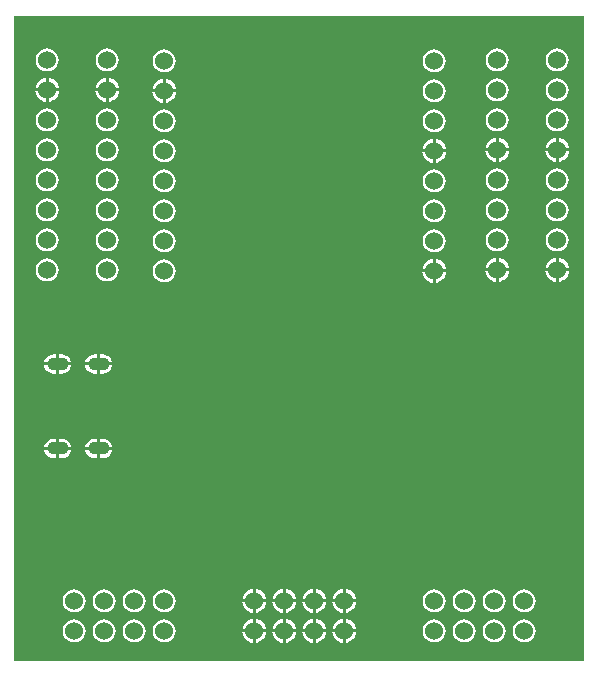
<source format=gbl>
G04*
G04 #@! TF.GenerationSoftware,Altium Limited,Altium Designer,20.0.9 (164)*
G04*
G04 Layer_Physical_Order=2*
G04 Layer_Color=16711680*
%FSLAX25Y25*%
%MOIN*%
G70*
G01*
G75*
%ADD18C,0.06000*%
%ADD19O,0.07087X0.04331*%
G36*
X580000Y190000D02*
X390000D01*
Y405000D01*
X580000D01*
Y190000D01*
D02*
G37*
%LPC*%
G36*
X570992Y394131D02*
X570000Y394000D01*
X569076Y393617D01*
X568282Y393008D01*
X567673Y392214D01*
X567290Y391290D01*
X567159Y390298D01*
X567290Y389306D01*
X567673Y388381D01*
X568282Y387588D01*
X569076Y386979D01*
X570000Y386596D01*
X570992Y386465D01*
X571984Y386596D01*
X572908Y386979D01*
X573702Y387588D01*
X574311Y388381D01*
X574694Y389306D01*
X574825Y390298D01*
X574694Y391290D01*
X574311Y392214D01*
X573702Y393008D01*
X572908Y393617D01*
X571984Y394000D01*
X570992Y394131D01*
D02*
G37*
G36*
X550992Y394131D02*
X550000Y394000D01*
X549076Y393617D01*
X548282Y393008D01*
X547673Y392214D01*
X547290Y391290D01*
X547159Y390298D01*
X547290Y389306D01*
X547673Y388381D01*
X548282Y387588D01*
X549076Y386979D01*
X550000Y386596D01*
X550992Y386465D01*
X551984Y386596D01*
X552908Y386979D01*
X553702Y387588D01*
X554311Y388381D01*
X554694Y389306D01*
X554825Y390298D01*
X554694Y391290D01*
X554311Y392214D01*
X553702Y393008D01*
X552908Y393617D01*
X551984Y394000D01*
X550992Y394131D01*
D02*
G37*
G36*
X420992D02*
X420000Y394000D01*
X419076Y393617D01*
X418282Y393008D01*
X417673Y392214D01*
X417290Y391290D01*
X417159Y390298D01*
X417290Y389306D01*
X417673Y388381D01*
X418282Y387588D01*
X419076Y386979D01*
X420000Y386596D01*
X420992Y386465D01*
X421984Y386596D01*
X422908Y386979D01*
X423702Y387588D01*
X424311Y388381D01*
X424694Y389306D01*
X424825Y390298D01*
X424694Y391290D01*
X424311Y392214D01*
X423702Y393008D01*
X422908Y393617D01*
X421984Y394000D01*
X420992Y394131D01*
D02*
G37*
G36*
X400992D02*
X400000Y394000D01*
X399076Y393617D01*
X398282Y393008D01*
X397673Y392214D01*
X397290Y391290D01*
X397159Y390298D01*
X397290Y389306D01*
X397673Y388381D01*
X398282Y387588D01*
X399076Y386979D01*
X400000Y386596D01*
X400992Y386465D01*
X401984Y386596D01*
X402908Y386979D01*
X403702Y387588D01*
X404311Y388381D01*
X404694Y389306D01*
X404825Y390298D01*
X404694Y391290D01*
X404311Y392214D01*
X403702Y393008D01*
X402908Y393617D01*
X401984Y394000D01*
X400992Y394131D01*
D02*
G37*
G36*
X530000Y393833D02*
X529008Y393702D01*
X528084Y393319D01*
X527290Y392710D01*
X526681Y391916D01*
X526298Y390992D01*
X526167Y390000D01*
X526298Y389008D01*
X526681Y388084D01*
X527290Y387290D01*
X528084Y386681D01*
X529008Y386298D01*
X530000Y386167D01*
X530992Y386298D01*
X531916Y386681D01*
X532710Y387290D01*
X533319Y388084D01*
X533702Y389008D01*
X533833Y390000D01*
X533702Y390992D01*
X533319Y391916D01*
X532710Y392710D01*
X531916Y393319D01*
X530992Y393702D01*
X530000Y393833D01*
D02*
G37*
G36*
X440000D02*
X439008Y393702D01*
X438084Y393319D01*
X437290Y392710D01*
X436681Y391916D01*
X436298Y390992D01*
X436167Y390000D01*
X436298Y389008D01*
X436681Y388084D01*
X437290Y387290D01*
X438084Y386681D01*
X439008Y386298D01*
X440000Y386167D01*
X440992Y386298D01*
X441916Y386681D01*
X442710Y387290D01*
X443319Y388084D01*
X443702Y389008D01*
X443833Y390000D01*
X443702Y390992D01*
X443319Y391916D01*
X442710Y392710D01*
X441916Y393319D01*
X440992Y393702D01*
X440000Y393833D01*
D02*
G37*
G36*
X421492Y384266D02*
Y380798D01*
X424961D01*
X424889Y381342D01*
X424486Y382315D01*
X423845Y383151D01*
X423009Y383792D01*
X422036Y384195D01*
X421492Y384266D01*
D02*
G37*
G36*
X401492D02*
Y380798D01*
X404961D01*
X404889Y381342D01*
X404486Y382315D01*
X403845Y383151D01*
X403009Y383792D01*
X402036Y384195D01*
X401492Y384266D01*
D02*
G37*
G36*
X420492Y384266D02*
X419948Y384195D01*
X418975Y383792D01*
X418139Y383151D01*
X417498Y382315D01*
X417095Y381342D01*
X417023Y380798D01*
X420492D01*
Y384266D01*
D02*
G37*
G36*
X400492D02*
X399948Y384195D01*
X398975Y383792D01*
X398139Y383151D01*
X397498Y382315D01*
X397095Y381342D01*
X397023Y380798D01*
X400492D01*
Y384266D01*
D02*
G37*
G36*
X440500Y383969D02*
Y380500D01*
X443969D01*
X443897Y381044D01*
X443494Y382017D01*
X442853Y382853D01*
X442017Y383494D01*
X441044Y383897D01*
X440500Y383969D01*
D02*
G37*
G36*
X439500Y383969D02*
X438956Y383897D01*
X437983Y383494D01*
X437147Y382853D01*
X436506Y382017D01*
X436103Y381044D01*
X436031Y380500D01*
X439500D01*
Y383969D01*
D02*
G37*
G36*
X420992Y380298D02*
D01*
D01*
D01*
D02*
G37*
G36*
X570992Y384131D02*
X570000Y384000D01*
X569076Y383617D01*
X568282Y383008D01*
X567673Y382214D01*
X567290Y381290D01*
X567159Y380298D01*
X567290Y379306D01*
X567673Y378381D01*
X568282Y377588D01*
X569076Y376978D01*
X570000Y376596D01*
X570992Y376465D01*
X571984Y376596D01*
X572908Y376978D01*
X573702Y377588D01*
X574311Y378381D01*
X574694Y379306D01*
X574825Y380298D01*
X574694Y381290D01*
X574311Y382214D01*
X573702Y383008D01*
X572908Y383617D01*
X571984Y384000D01*
X570992Y384131D01*
D02*
G37*
G36*
X550992Y384131D02*
X550000Y384000D01*
X549076Y383617D01*
X548282Y383008D01*
X547673Y382214D01*
X547290Y381290D01*
X547159Y380298D01*
X547290Y379306D01*
X547673Y378381D01*
X548282Y377588D01*
X549076Y376978D01*
X550000Y376596D01*
X550992Y376465D01*
X551984Y376596D01*
X552908Y376978D01*
X553702Y377588D01*
X554311Y378381D01*
X554694Y379306D01*
X554825Y380298D01*
X554694Y381290D01*
X554311Y382214D01*
X553702Y383008D01*
X552908Y383617D01*
X551984Y384000D01*
X550992Y384131D01*
D02*
G37*
G36*
X424961Y379798D02*
X421492D01*
Y376329D01*
X422036Y376401D01*
X423009Y376804D01*
X423845Y377445D01*
X424486Y378280D01*
X424889Y379254D01*
X424961Y379798D01*
D02*
G37*
G36*
X404961D02*
X401492D01*
Y376329D01*
X402036Y376401D01*
X403009Y376804D01*
X403845Y377445D01*
X404486Y378280D01*
X404889Y379254D01*
X404961Y379798D01*
D02*
G37*
G36*
X420492D02*
X417023D01*
X417095Y379254D01*
X417498Y378280D01*
X418139Y377445D01*
X418975Y376804D01*
X419948Y376401D01*
X420492Y376329D01*
Y379798D01*
D02*
G37*
G36*
X400492D02*
X397023D01*
X397095Y379254D01*
X397498Y378280D01*
X398139Y377445D01*
X398975Y376804D01*
X399948Y376401D01*
X400492Y376329D01*
Y379798D01*
D02*
G37*
G36*
X530000Y383833D02*
X529008Y383702D01*
X528084Y383319D01*
X527290Y382710D01*
X526681Y381916D01*
X526298Y380992D01*
X526167Y380000D01*
X526298Y379008D01*
X526681Y378084D01*
X527290Y377290D01*
X528084Y376681D01*
X529008Y376298D01*
X530000Y376167D01*
X530992Y376298D01*
X531916Y376681D01*
X532710Y377290D01*
X533319Y378084D01*
X533702Y379008D01*
X533833Y380000D01*
X533702Y380992D01*
X533319Y381916D01*
X532710Y382710D01*
X531916Y383319D01*
X530992Y383702D01*
X530000Y383833D01*
D02*
G37*
G36*
X439500Y379500D02*
X436031D01*
X436103Y378956D01*
X436506Y377983D01*
X437147Y377147D01*
X437983Y376506D01*
X438956Y376103D01*
X439500Y376031D01*
Y379500D01*
D02*
G37*
G36*
X443969D02*
X440500D01*
Y376031D01*
X441044Y376103D01*
X442017Y376506D01*
X442853Y377147D01*
X443494Y377983D01*
X443897Y378956D01*
X443969Y379500D01*
D02*
G37*
G36*
X550992Y374131D02*
X550000Y374000D01*
X549076Y373617D01*
X548282Y373008D01*
X547673Y372214D01*
X547290Y371290D01*
X547159Y370298D01*
X547290Y369306D01*
X547673Y368381D01*
X548282Y367588D01*
X549076Y366979D01*
X550000Y366596D01*
X550992Y366465D01*
X551984Y366596D01*
X552908Y366979D01*
X553702Y367588D01*
X554311Y368381D01*
X554694Y369306D01*
X554825Y370298D01*
X554694Y371290D01*
X554311Y372214D01*
X553702Y373008D01*
X552908Y373617D01*
X551984Y374000D01*
X550992Y374131D01*
D02*
G37*
G36*
X570992Y374131D02*
X570000Y374000D01*
X569076Y373617D01*
X568282Y373008D01*
X567673Y372214D01*
X567290Y371290D01*
X567159Y370298D01*
X567290Y369306D01*
X567673Y368381D01*
X568282Y367588D01*
X569076Y366979D01*
X570000Y366596D01*
X570992Y366465D01*
X571984Y366596D01*
X572908Y366979D01*
X573702Y367588D01*
X574311Y368381D01*
X574694Y369306D01*
X574825Y370298D01*
X574694Y371290D01*
X574311Y372214D01*
X573702Y373008D01*
X572908Y373617D01*
X571984Y374000D01*
X570992Y374131D01*
D02*
G37*
G36*
X420992D02*
X420000Y374000D01*
X419076Y373617D01*
X418282Y373008D01*
X417673Y372214D01*
X417290Y371290D01*
X417159Y370298D01*
X417290Y369306D01*
X417673Y368381D01*
X418282Y367588D01*
X419076Y366979D01*
X420000Y366596D01*
X420992Y366465D01*
X421984Y366596D01*
X422908Y366979D01*
X423702Y367588D01*
X424311Y368381D01*
X424694Y369306D01*
X424825Y370298D01*
X424694Y371290D01*
X424311Y372214D01*
X423702Y373008D01*
X422908Y373617D01*
X421984Y374000D01*
X420992Y374131D01*
D02*
G37*
G36*
X400992D02*
X400000Y374000D01*
X399076Y373617D01*
X398282Y373008D01*
X397673Y372214D01*
X397290Y371290D01*
X397159Y370298D01*
X397290Y369306D01*
X397673Y368381D01*
X398282Y367588D01*
X399076Y366979D01*
X400000Y366596D01*
X400992Y366465D01*
X401984Y366596D01*
X402908Y366979D01*
X403702Y367588D01*
X404311Y368381D01*
X404694Y369306D01*
X404825Y370298D01*
X404694Y371290D01*
X404311Y372214D01*
X403702Y373008D01*
X402908Y373617D01*
X401984Y374000D01*
X400992Y374131D01*
D02*
G37*
G36*
X530000Y373833D02*
X529008Y373702D01*
X528084Y373319D01*
X527290Y372710D01*
X526681Y371916D01*
X526298Y370992D01*
X526167Y370000D01*
X526298Y369008D01*
X526681Y368084D01*
X527290Y367290D01*
X528084Y366681D01*
X529008Y366298D01*
X530000Y366167D01*
X530992Y366298D01*
X531916Y366681D01*
X532710Y367290D01*
X533319Y368084D01*
X533702Y369008D01*
X533833Y370000D01*
X533702Y370992D01*
X533319Y371916D01*
X532710Y372710D01*
X531916Y373319D01*
X530992Y373702D01*
X530000Y373833D01*
D02*
G37*
G36*
X440000D02*
X439008Y373702D01*
X438084Y373319D01*
X437290Y372710D01*
X436681Y371916D01*
X436298Y370992D01*
X436167Y370000D01*
X436298Y369008D01*
X436681Y368084D01*
X437290Y367290D01*
X438084Y366681D01*
X439008Y366298D01*
X440000Y366167D01*
X440992Y366298D01*
X441916Y366681D01*
X442710Y367290D01*
X443319Y368084D01*
X443702Y369008D01*
X443833Y370000D01*
X443702Y370992D01*
X443319Y371916D01*
X442710Y372710D01*
X441916Y373319D01*
X440992Y373702D01*
X440000Y373833D01*
D02*
G37*
G36*
X571492Y364266D02*
Y360798D01*
X574961D01*
X574889Y361342D01*
X574486Y362315D01*
X573845Y363151D01*
X573009Y363792D01*
X572036Y364195D01*
X571492Y364266D01*
D02*
G37*
G36*
X570492Y364266D02*
X569948Y364195D01*
X568975Y363792D01*
X568139Y363151D01*
X567498Y362315D01*
X567095Y361342D01*
X567023Y360798D01*
X570492D01*
Y364266D01*
D02*
G37*
G36*
X551492Y364266D02*
Y360798D01*
X554961D01*
X554889Y361342D01*
X554486Y362315D01*
X553845Y363151D01*
X553009Y363792D01*
X552036Y364195D01*
X551492Y364266D01*
D02*
G37*
G36*
X550492D02*
X549948Y364195D01*
X548975Y363792D01*
X548139Y363151D01*
X547498Y362315D01*
X547095Y361342D01*
X547023Y360798D01*
X550492D01*
Y364266D01*
D02*
G37*
G36*
X530500Y363969D02*
Y360500D01*
X533969D01*
X533897Y361044D01*
X533494Y362017D01*
X532853Y362853D01*
X532017Y363494D01*
X531044Y363897D01*
X530500Y363969D01*
D02*
G37*
G36*
X529500Y363969D02*
X528956Y363897D01*
X527983Y363494D01*
X527147Y362853D01*
X526506Y362017D01*
X526103Y361044D01*
X526031Y360500D01*
X529500D01*
Y363969D01*
D02*
G37*
G36*
X420992Y364131D02*
X420000Y364000D01*
X419076Y363617D01*
X418282Y363008D01*
X417673Y362214D01*
X417290Y361290D01*
X417159Y360298D01*
X417290Y359306D01*
X417673Y358381D01*
X418282Y357588D01*
X419076Y356979D01*
X420000Y356596D01*
X420992Y356465D01*
X421984Y356596D01*
X422908Y356979D01*
X423702Y357588D01*
X424311Y358381D01*
X424694Y359306D01*
X424825Y360298D01*
X424694Y361290D01*
X424311Y362214D01*
X423702Y363008D01*
X422908Y363617D01*
X421984Y364000D01*
X420992Y364131D01*
D02*
G37*
G36*
X400992D02*
X400000Y364000D01*
X399076Y363617D01*
X398282Y363008D01*
X397673Y362214D01*
X397290Y361290D01*
X397159Y360298D01*
X397290Y359306D01*
X397673Y358381D01*
X398282Y357588D01*
X399076Y356979D01*
X400000Y356596D01*
X400992Y356465D01*
X401984Y356596D01*
X402908Y356979D01*
X403702Y357588D01*
X404311Y358381D01*
X404694Y359306D01*
X404825Y360298D01*
X404694Y361290D01*
X404311Y362214D01*
X403702Y363008D01*
X402908Y363617D01*
X401984Y364000D01*
X400992Y364131D01*
D02*
G37*
G36*
X570492Y359798D02*
X567023D01*
X567095Y359254D01*
X567498Y358280D01*
X568139Y357445D01*
X568975Y356804D01*
X569948Y356401D01*
X570492Y356329D01*
Y359798D01*
D02*
G37*
G36*
X554961Y359798D02*
X551492D01*
Y356329D01*
X552036Y356401D01*
X553009Y356804D01*
X553845Y357445D01*
X554486Y358280D01*
X554889Y359254D01*
X554961Y359798D01*
D02*
G37*
G36*
X550492D02*
X547023D01*
X547095Y359254D01*
X547498Y358280D01*
X548139Y357445D01*
X548975Y356804D01*
X549948Y356401D01*
X550492Y356329D01*
Y359798D01*
D02*
G37*
G36*
X574961Y359798D02*
X571492D01*
Y356329D01*
X572036Y356401D01*
X573009Y356804D01*
X573845Y357445D01*
X574486Y358280D01*
X574889Y359254D01*
X574961Y359798D01*
D02*
G37*
G36*
X440000Y363833D02*
X439008Y363702D01*
X438084Y363319D01*
X437290Y362710D01*
X436681Y361916D01*
X436298Y360992D01*
X436167Y360000D01*
X436298Y359008D01*
X436681Y358084D01*
X437290Y357290D01*
X438084Y356681D01*
X439008Y356298D01*
X440000Y356167D01*
X440992Y356298D01*
X441916Y356681D01*
X442710Y357290D01*
X443319Y358084D01*
X443702Y359008D01*
X443833Y360000D01*
X443702Y360992D01*
X443319Y361916D01*
X442710Y362710D01*
X441916Y363319D01*
X440992Y363702D01*
X440000Y363833D01*
D02*
G37*
G36*
X529500Y359500D02*
X526031D01*
X526103Y358956D01*
X526506Y357983D01*
X527147Y357147D01*
X527983Y356506D01*
X528956Y356103D01*
X529500Y356031D01*
Y359500D01*
D02*
G37*
G36*
X533969D02*
X530500D01*
Y356031D01*
X531044Y356103D01*
X532017Y356506D01*
X532853Y357147D01*
X533494Y357983D01*
X533897Y358956D01*
X533969Y359500D01*
D02*
G37*
G36*
X550992Y354131D02*
X550000Y354000D01*
X549076Y353617D01*
X548282Y353008D01*
X547673Y352214D01*
X547290Y351290D01*
X547159Y350298D01*
X547290Y349306D01*
X547673Y348381D01*
X548282Y347588D01*
X549076Y346978D01*
X550000Y346596D01*
X550992Y346465D01*
X551984Y346596D01*
X552908Y346978D01*
X553702Y347588D01*
X554311Y348381D01*
X554694Y349306D01*
X554825Y350298D01*
X554694Y351290D01*
X554311Y352214D01*
X553702Y353008D01*
X552908Y353617D01*
X551984Y354000D01*
X550992Y354131D01*
D02*
G37*
G36*
X420992D02*
X420000Y354000D01*
X419076Y353617D01*
X418282Y353008D01*
X417673Y352214D01*
X417290Y351290D01*
X417159Y350298D01*
X417290Y349306D01*
X417673Y348381D01*
X418282Y347588D01*
X419076Y346978D01*
X420000Y346596D01*
X420992Y346465D01*
X421984Y346596D01*
X422908Y346978D01*
X423702Y347588D01*
X424311Y348381D01*
X424694Y349306D01*
X424825Y350298D01*
X424694Y351290D01*
X424311Y352214D01*
X423702Y353008D01*
X422908Y353617D01*
X421984Y354000D01*
X420992Y354131D01*
D02*
G37*
G36*
X400992D02*
X400000Y354000D01*
X399076Y353617D01*
X398282Y353008D01*
X397673Y352214D01*
X397290Y351290D01*
X397159Y350298D01*
X397290Y349306D01*
X397673Y348381D01*
X398282Y347588D01*
X399076Y346978D01*
X400000Y346596D01*
X400992Y346465D01*
X401984Y346596D01*
X402908Y346978D01*
X403702Y347588D01*
X404311Y348381D01*
X404694Y349306D01*
X404825Y350298D01*
X404694Y351290D01*
X404311Y352214D01*
X403702Y353008D01*
X402908Y353617D01*
X401984Y354000D01*
X400992Y354131D01*
D02*
G37*
G36*
X570992Y354131D02*
X570000Y354000D01*
X569076Y353617D01*
X568282Y353008D01*
X567673Y352214D01*
X567290Y351290D01*
X567159Y350298D01*
X567290Y349306D01*
X567673Y348381D01*
X568282Y347588D01*
X569076Y346978D01*
X570000Y346596D01*
X570992Y346465D01*
X571984Y346596D01*
X572908Y346978D01*
X573702Y347588D01*
X574311Y348381D01*
X574694Y349306D01*
X574825Y350298D01*
X574694Y351290D01*
X574311Y352214D01*
X573702Y353008D01*
X572908Y353617D01*
X571984Y354000D01*
X570992Y354131D01*
D02*
G37*
G36*
X530000Y353833D02*
X529008Y353702D01*
X528084Y353319D01*
X527290Y352710D01*
X526681Y351916D01*
X526298Y350992D01*
X526167Y350000D01*
X526298Y349008D01*
X526681Y348084D01*
X527290Y347290D01*
X528084Y346681D01*
X529008Y346298D01*
X530000Y346167D01*
X530992Y346298D01*
X531916Y346681D01*
X532710Y347290D01*
X533319Y348084D01*
X533702Y349008D01*
X533833Y350000D01*
X533702Y350992D01*
X533319Y351916D01*
X532710Y352710D01*
X531916Y353319D01*
X530992Y353702D01*
X530000Y353833D01*
D02*
G37*
G36*
X440000D02*
X439008Y353702D01*
X438084Y353319D01*
X437290Y352710D01*
X436681Y351916D01*
X436298Y350992D01*
X436167Y350000D01*
X436298Y349008D01*
X436681Y348084D01*
X437290Y347290D01*
X438084Y346681D01*
X439008Y346298D01*
X440000Y346167D01*
X440992Y346298D01*
X441916Y346681D01*
X442710Y347290D01*
X443319Y348084D01*
X443702Y349008D01*
X443833Y350000D01*
X443702Y350992D01*
X443319Y351916D01*
X442710Y352710D01*
X441916Y353319D01*
X440992Y353702D01*
X440000Y353833D01*
D02*
G37*
G36*
X550992Y344131D02*
X550000Y344000D01*
X549076Y343617D01*
X548282Y343008D01*
X547673Y342214D01*
X547290Y341290D01*
X547159Y340298D01*
X547290Y339306D01*
X547673Y338381D01*
X548282Y337588D01*
X549076Y336979D01*
X550000Y336596D01*
X550992Y336465D01*
X551984Y336596D01*
X552908Y336979D01*
X553702Y337588D01*
X554311Y338381D01*
X554694Y339306D01*
X554825Y340298D01*
X554694Y341290D01*
X554311Y342214D01*
X553702Y343008D01*
X552908Y343617D01*
X551984Y344000D01*
X550992Y344131D01*
D02*
G37*
G36*
X420992D02*
X420000Y344000D01*
X419076Y343617D01*
X418282Y343008D01*
X417673Y342214D01*
X417290Y341290D01*
X417159Y340298D01*
X417290Y339306D01*
X417673Y338381D01*
X418282Y337588D01*
X419076Y336979D01*
X420000Y336596D01*
X420992Y336465D01*
X421984Y336596D01*
X422908Y336979D01*
X423702Y337588D01*
X424311Y338381D01*
X424694Y339306D01*
X424825Y340298D01*
X424694Y341290D01*
X424311Y342214D01*
X423702Y343008D01*
X422908Y343617D01*
X421984Y344000D01*
X420992Y344131D01*
D02*
G37*
G36*
X400992D02*
X400000Y344000D01*
X399076Y343617D01*
X398282Y343008D01*
X397673Y342214D01*
X397290Y341290D01*
X397159Y340298D01*
X397290Y339306D01*
X397673Y338381D01*
X398282Y337588D01*
X399076Y336979D01*
X400000Y336596D01*
X400992Y336465D01*
X401984Y336596D01*
X402908Y336979D01*
X403702Y337588D01*
X404311Y338381D01*
X404694Y339306D01*
X404825Y340298D01*
X404694Y341290D01*
X404311Y342214D01*
X403702Y343008D01*
X402908Y343617D01*
X401984Y344000D01*
X400992Y344131D01*
D02*
G37*
G36*
X570992Y344131D02*
X570000Y344000D01*
X569076Y343617D01*
X568282Y343008D01*
X567673Y342214D01*
X567290Y341290D01*
X567159Y340298D01*
X567290Y339306D01*
X567673Y338381D01*
X568282Y337588D01*
X569076Y336979D01*
X570000Y336596D01*
X570992Y336465D01*
X571984Y336596D01*
X572908Y336979D01*
X573702Y337588D01*
X574311Y338381D01*
X574694Y339306D01*
X574825Y340298D01*
X574694Y341290D01*
X574311Y342214D01*
X573702Y343008D01*
X572908Y343617D01*
X571984Y344000D01*
X570992Y344131D01*
D02*
G37*
G36*
X530000Y343833D02*
X529008Y343702D01*
X528084Y343319D01*
X527290Y342710D01*
X526681Y341916D01*
X526298Y340992D01*
X526167Y340000D01*
X526298Y339008D01*
X526681Y338084D01*
X527290Y337290D01*
X528084Y336681D01*
X529008Y336298D01*
X530000Y336167D01*
X530992Y336298D01*
X531916Y336681D01*
X532710Y337290D01*
X533319Y338084D01*
X533702Y339008D01*
X533833Y340000D01*
X533702Y340992D01*
X533319Y341916D01*
X532710Y342710D01*
X531916Y343319D01*
X530992Y343702D01*
X530000Y343833D01*
D02*
G37*
G36*
X440000D02*
X439008Y343702D01*
X438084Y343319D01*
X437290Y342710D01*
X436681Y341916D01*
X436298Y340992D01*
X436167Y340000D01*
X436298Y339008D01*
X436681Y338084D01*
X437290Y337290D01*
X438084Y336681D01*
X439008Y336298D01*
X440000Y336167D01*
X440992Y336298D01*
X441916Y336681D01*
X442710Y337290D01*
X443319Y338084D01*
X443702Y339008D01*
X443833Y340000D01*
X443702Y340992D01*
X443319Y341916D01*
X442710Y342710D01*
X441916Y343319D01*
X440992Y343702D01*
X440000Y343833D01*
D02*
G37*
G36*
X570992Y334131D02*
X570000Y334000D01*
X569076Y333617D01*
X568282Y333008D01*
X567673Y332214D01*
X567290Y331290D01*
X567159Y330298D01*
X567290Y329306D01*
X567673Y328381D01*
X568282Y327588D01*
X569076Y326978D01*
X570000Y326596D01*
X570992Y326465D01*
X571984Y326596D01*
X572908Y326978D01*
X573702Y327588D01*
X574311Y328381D01*
X574694Y329306D01*
X574825Y330298D01*
X574694Y331290D01*
X574311Y332214D01*
X573702Y333008D01*
X572908Y333617D01*
X571984Y334000D01*
X570992Y334131D01*
D02*
G37*
G36*
X420992D02*
X420000Y334000D01*
X419076Y333617D01*
X418282Y333008D01*
X417673Y332214D01*
X417290Y331290D01*
X417159Y330298D01*
X417290Y329306D01*
X417673Y328381D01*
X418282Y327588D01*
X419076Y326978D01*
X420000Y326596D01*
X420992Y326465D01*
X421984Y326596D01*
X422908Y326978D01*
X423702Y327588D01*
X424311Y328381D01*
X424694Y329306D01*
X424825Y330298D01*
X424694Y331290D01*
X424311Y332214D01*
X423702Y333008D01*
X422908Y333617D01*
X421984Y334000D01*
X420992Y334131D01*
D02*
G37*
G36*
X400992Y334131D02*
X400000Y334000D01*
X399076Y333617D01*
X398282Y333008D01*
X397673Y332214D01*
X397290Y331290D01*
X397159Y330298D01*
X397290Y329306D01*
X397673Y328381D01*
X398282Y327588D01*
X399076Y326978D01*
X400000Y326596D01*
X400992Y326465D01*
X401984Y326596D01*
X402908Y326978D01*
X403702Y327588D01*
X404311Y328381D01*
X404694Y329306D01*
X404825Y330298D01*
X404694Y331290D01*
X404311Y332214D01*
X403702Y333008D01*
X402908Y333617D01*
X401984Y334000D01*
X400992Y334131D01*
D02*
G37*
G36*
X550992Y334131D02*
X550000Y334000D01*
X549076Y333617D01*
X548282Y333008D01*
X547673Y332214D01*
X547290Y331290D01*
X547159Y330298D01*
X547290Y329306D01*
X547673Y328381D01*
X548282Y327588D01*
X549076Y326978D01*
X550000Y326596D01*
X550992Y326465D01*
X551984Y326596D01*
X552908Y326978D01*
X553702Y327588D01*
X554311Y328381D01*
X554694Y329306D01*
X554825Y330298D01*
X554694Y331290D01*
X554311Y332214D01*
X553702Y333008D01*
X552908Y333617D01*
X551984Y334000D01*
X550992Y334131D01*
D02*
G37*
G36*
X530000Y333833D02*
X529008Y333702D01*
X528084Y333319D01*
X527290Y332710D01*
X526681Y331916D01*
X526298Y330992D01*
X526167Y330000D01*
X526298Y329008D01*
X526681Y328084D01*
X527290Y327290D01*
X528084Y326681D01*
X529008Y326298D01*
X530000Y326167D01*
X530992Y326298D01*
X531916Y326681D01*
X532710Y327290D01*
X533319Y328084D01*
X533702Y329008D01*
X533833Y330000D01*
X533702Y330992D01*
X533319Y331916D01*
X532710Y332710D01*
X531916Y333319D01*
X530992Y333702D01*
X530000Y333833D01*
D02*
G37*
G36*
X440000D02*
X439008Y333702D01*
X438084Y333319D01*
X437290Y332710D01*
X436681Y331916D01*
X436298Y330992D01*
X436167Y330000D01*
X436298Y329008D01*
X436681Y328084D01*
X437290Y327290D01*
X438084Y326681D01*
X439008Y326298D01*
X440000Y326167D01*
X440992Y326298D01*
X441916Y326681D01*
X442710Y327290D01*
X443319Y328084D01*
X443702Y329008D01*
X443833Y330000D01*
X443702Y330992D01*
X443319Y331916D01*
X442710Y332710D01*
X441916Y333319D01*
X440992Y333702D01*
X440000Y333833D01*
D02*
G37*
G36*
X551492Y324267D02*
Y320798D01*
X554961D01*
X554889Y321342D01*
X554486Y322315D01*
X553845Y323151D01*
X553009Y323792D01*
X552036Y324195D01*
X551492Y324267D01*
D02*
G37*
G36*
X571492Y324267D02*
Y320798D01*
X574961D01*
X574889Y321342D01*
X574486Y322315D01*
X573845Y323151D01*
X573009Y323792D01*
X572036Y324195D01*
X571492Y324267D01*
D02*
G37*
G36*
X550492Y324267D02*
X549948Y324195D01*
X548975Y323792D01*
X548139Y323151D01*
X547498Y322315D01*
X547095Y321342D01*
X547023Y320798D01*
X550492D01*
Y324267D01*
D02*
G37*
G36*
X570492D02*
X569948Y324195D01*
X568975Y323792D01*
X568139Y323151D01*
X567498Y322315D01*
X567095Y321342D01*
X567023Y320798D01*
X570492D01*
Y324267D01*
D02*
G37*
G36*
X530500Y323969D02*
Y320500D01*
X533969D01*
X533897Y321044D01*
X533494Y322017D01*
X532853Y322853D01*
X532017Y323494D01*
X531044Y323897D01*
X530500Y323969D01*
D02*
G37*
G36*
X529500Y323969D02*
X528956Y323897D01*
X527983Y323494D01*
X527147Y322853D01*
X526506Y322017D01*
X526103Y321044D01*
X526031Y320500D01*
X529500D01*
Y323969D01*
D02*
G37*
G36*
X420992Y324131D02*
X420000Y324000D01*
X419076Y323617D01*
X418282Y323008D01*
X417673Y322214D01*
X417290Y321290D01*
X417159Y320298D01*
X417290Y319306D01*
X417673Y318381D01*
X418282Y317588D01*
X419076Y316979D01*
X420000Y316596D01*
X420992Y316465D01*
X421984Y316596D01*
X422908Y316979D01*
X423702Y317588D01*
X424311Y318381D01*
X424694Y319306D01*
X424825Y320298D01*
X424694Y321290D01*
X424311Y322214D01*
X423702Y323008D01*
X422908Y323617D01*
X421984Y324000D01*
X420992Y324131D01*
D02*
G37*
G36*
X400992Y324131D02*
X400000Y324000D01*
X399076Y323617D01*
X398282Y323008D01*
X397673Y322214D01*
X397290Y321290D01*
X397159Y320298D01*
X397290Y319306D01*
X397673Y318381D01*
X398282Y317588D01*
X399076Y316979D01*
X400000Y316596D01*
X400992Y316465D01*
X401984Y316596D01*
X402908Y316979D01*
X403702Y317588D01*
X404311Y318381D01*
X404694Y319306D01*
X404825Y320298D01*
X404694Y321290D01*
X404311Y322214D01*
X403702Y323008D01*
X402908Y323617D01*
X401984Y324000D01*
X400992Y324131D01*
D02*
G37*
G36*
X570492Y319798D02*
X567023D01*
X567095Y319254D01*
X567498Y318281D01*
X568139Y317445D01*
X568975Y316804D01*
X569948Y316401D01*
X570492Y316329D01*
Y319798D01*
D02*
G37*
G36*
X574961D02*
X571492D01*
Y316329D01*
X572036Y316401D01*
X573009Y316804D01*
X573845Y317445D01*
X574486Y318281D01*
X574889Y319254D01*
X574961Y319798D01*
D02*
G37*
G36*
X554961D02*
X551492D01*
Y316329D01*
X552036Y316401D01*
X553009Y316804D01*
X553845Y317445D01*
X554486Y318281D01*
X554889Y319254D01*
X554961Y319798D01*
D02*
G37*
G36*
X550492D02*
X547023D01*
X547095Y319254D01*
X547498Y318281D01*
X548139Y317445D01*
X548975Y316804D01*
X549948Y316401D01*
X550492Y316329D01*
Y319798D01*
D02*
G37*
G36*
X440000Y323833D02*
X439008Y323702D01*
X438084Y323319D01*
X437290Y322710D01*
X436681Y321916D01*
X436298Y320992D01*
X436167Y320000D01*
X436298Y319008D01*
X436681Y318084D01*
X437290Y317290D01*
X438084Y316681D01*
X439008Y316298D01*
X440000Y316167D01*
X440992Y316298D01*
X441916Y316681D01*
X442710Y317290D01*
X443319Y318084D01*
X443702Y319008D01*
X443833Y320000D01*
X443702Y320992D01*
X443319Y321916D01*
X442710Y322710D01*
X441916Y323319D01*
X440992Y323702D01*
X440000Y323833D01*
D02*
G37*
G36*
X529500Y319500D02*
X526031D01*
X526103Y318956D01*
X526506Y317983D01*
X527147Y317147D01*
X527983Y316506D01*
X528956Y316103D01*
X529500Y316031D01*
Y319500D01*
D02*
G37*
G36*
X533969D02*
X530500D01*
Y316031D01*
X531044Y316103D01*
X532017Y316506D01*
X532853Y317147D01*
X533494Y317983D01*
X533897Y318956D01*
X533969Y319500D01*
D02*
G37*
G36*
X419528Y292149D02*
X418650D01*
Y289457D01*
X422654D01*
X422611Y289783D01*
X422293Y290553D01*
X421785Y291214D01*
X421124Y291722D01*
X420354Y292041D01*
X419528Y292149D01*
D02*
G37*
G36*
X417650D02*
X416772D01*
X415945Y292041D01*
X415175Y291722D01*
X414514Y291214D01*
X414007Y290553D01*
X413688Y289783D01*
X413645Y289457D01*
X417650D01*
Y292149D01*
D02*
G37*
G36*
X405866D02*
X404988D01*
Y289457D01*
X408993D01*
X408950Y289783D01*
X408631Y290553D01*
X408124Y291214D01*
X407463Y291722D01*
X406693Y292041D01*
X405866Y292149D01*
D02*
G37*
G36*
X403988D02*
X403110D01*
X402284Y292041D01*
X401514Y291722D01*
X400853Y291214D01*
X400345Y290553D01*
X400026Y289783D01*
X399983Y289457D01*
X403988D01*
Y292149D01*
D02*
G37*
G36*
X422654Y288457D02*
X418650D01*
Y285764D01*
X419528D01*
X420354Y285873D01*
X421124Y286192D01*
X421785Y286699D01*
X422293Y287360D01*
X422611Y288130D01*
X422654Y288457D01*
D02*
G37*
G36*
X417650D02*
X413645D01*
X413688Y288130D01*
X414007Y287360D01*
X414514Y286699D01*
X415175Y286192D01*
X415945Y285873D01*
X416772Y285764D01*
X417650D01*
Y288457D01*
D02*
G37*
G36*
X408993D02*
X404988D01*
Y285764D01*
X405866D01*
X406693Y285873D01*
X407463Y286192D01*
X408124Y286699D01*
X408631Y287360D01*
X408950Y288130D01*
X408993Y288457D01*
D02*
G37*
G36*
X403988D02*
X399983D01*
X400026Y288130D01*
X400345Y287360D01*
X400853Y286699D01*
X401514Y286192D01*
X402284Y285873D01*
X403110Y285764D01*
X403988D01*
Y288457D01*
D02*
G37*
G36*
X405866Y264000D02*
X404988D01*
Y261307D01*
X408993D01*
X408950Y261633D01*
X408631Y262403D01*
X408124Y263065D01*
X407463Y263572D01*
X406693Y263891D01*
X405866Y264000D01*
D02*
G37*
G36*
X419528D02*
X418650D01*
Y261307D01*
X422654D01*
X422611Y261633D01*
X422293Y262403D01*
X421785Y263065D01*
X421124Y263572D01*
X420354Y263891D01*
X419528Y264000D01*
D02*
G37*
G36*
X417650D02*
X416772D01*
X415945Y263891D01*
X415175Y263572D01*
X414514Y263065D01*
X414007Y262403D01*
X413688Y261633D01*
X413645Y261307D01*
X417650D01*
Y264000D01*
D02*
G37*
G36*
X403988D02*
X403110D01*
X402284Y263891D01*
X401514Y263572D01*
X400853Y263065D01*
X400345Y262403D01*
X400026Y261633D01*
X399983Y261307D01*
X403988D01*
Y264000D01*
D02*
G37*
G36*
X422654Y260307D02*
X418650D01*
Y257614D01*
X419528D01*
X420354Y257723D01*
X421124Y258042D01*
X421785Y258549D01*
X422293Y259211D01*
X422611Y259981D01*
X422654Y260307D01*
D02*
G37*
G36*
X417650D02*
X413645D01*
X413688Y259981D01*
X414007Y259211D01*
X414514Y258549D01*
X415175Y258042D01*
X415945Y257723D01*
X416772Y257614D01*
X417650D01*
Y260307D01*
D02*
G37*
G36*
X408993D02*
X404988D01*
Y257614D01*
X405866D01*
X406693Y257723D01*
X407463Y258042D01*
X408124Y258549D01*
X408631Y259211D01*
X408950Y259981D01*
X408993Y260307D01*
D02*
G37*
G36*
X403988D02*
X399983D01*
X400026Y259981D01*
X400345Y259211D01*
X400853Y258549D01*
X401514Y258042D01*
X402284Y257723D01*
X403110Y257614D01*
X403988D01*
Y260307D01*
D02*
G37*
G36*
X490500Y213969D02*
Y210500D01*
X493969D01*
X493897Y211044D01*
X493494Y212017D01*
X492853Y212853D01*
X492017Y213494D01*
X491044Y213897D01*
X490500Y213969D01*
D02*
G37*
G36*
X480500D02*
Y210500D01*
X483969D01*
X483897Y211044D01*
X483494Y212017D01*
X482853Y212853D01*
X482017Y213494D01*
X481044Y213897D01*
X480500Y213969D01*
D02*
G37*
G36*
X500500Y213969D02*
Y210500D01*
X503969D01*
X503897Y211044D01*
X503494Y212017D01*
X502853Y212853D01*
X502017Y213494D01*
X501044Y213897D01*
X500500Y213969D01*
D02*
G37*
G36*
X479500Y213969D02*
X478956Y213897D01*
X477983Y213494D01*
X477147Y212853D01*
X476506Y212017D01*
X476103Y211044D01*
X476031Y210500D01*
X479500D01*
Y213969D01*
D02*
G37*
G36*
X489500D02*
X488956Y213897D01*
X487983Y213494D01*
X487147Y212853D01*
X486506Y212017D01*
X486103Y211044D01*
X486031Y210500D01*
X489500D01*
Y213969D01*
D02*
G37*
G36*
X499500D02*
X498956Y213897D01*
X497983Y213494D01*
X497147Y212853D01*
X496506Y212017D01*
X496103Y211044D01*
X496031Y210500D01*
X499500D01*
Y213969D01*
D02*
G37*
G36*
X470500Y213969D02*
Y210500D01*
X473969D01*
X473897Y211044D01*
X473494Y212017D01*
X472853Y212853D01*
X472017Y213494D01*
X471044Y213897D01*
X470500Y213969D01*
D02*
G37*
G36*
X469500Y213969D02*
X468956Y213897D01*
X467983Y213494D01*
X467147Y212853D01*
X466506Y212017D01*
X466103Y211044D01*
X466031Y210500D01*
X469500D01*
Y213969D01*
D02*
G37*
G36*
X560000Y213833D02*
X559008Y213702D01*
X558084Y213319D01*
X557290Y212710D01*
X556681Y211916D01*
X556298Y210992D01*
X556167Y210000D01*
X556298Y209008D01*
X556681Y208084D01*
X557290Y207290D01*
X558084Y206681D01*
X559008Y206298D01*
X560000Y206167D01*
X560992Y206298D01*
X561916Y206681D01*
X562710Y207290D01*
X563319Y208084D01*
X563702Y209008D01*
X563833Y210000D01*
X563702Y210992D01*
X563319Y211916D01*
X562710Y212710D01*
X561916Y213319D01*
X560992Y213702D01*
X560000Y213833D01*
D02*
G37*
G36*
X440000D02*
X439008Y213702D01*
X438084Y213319D01*
X437290Y212710D01*
X436681Y211916D01*
X436298Y210992D01*
X436167Y210000D01*
X436298Y209008D01*
X436681Y208084D01*
X437290Y207290D01*
X438084Y206681D01*
X439008Y206298D01*
X440000Y206167D01*
X440992Y206298D01*
X441916Y206681D01*
X442710Y207290D01*
X443319Y208084D01*
X443702Y209008D01*
X443833Y210000D01*
X443702Y210992D01*
X443319Y211916D01*
X442710Y212710D01*
X441916Y213319D01*
X440992Y213702D01*
X440000Y213833D01*
D02*
G37*
G36*
X550000Y213833D02*
X549008Y213702D01*
X548084Y213319D01*
X547290Y212710D01*
X546681Y211916D01*
X546298Y210992D01*
X546167Y210000D01*
X546298Y209008D01*
X546681Y208084D01*
X547290Y207290D01*
X548084Y206681D01*
X549008Y206298D01*
X550000Y206167D01*
X550992Y206298D01*
X551916Y206681D01*
X552710Y207290D01*
X553319Y208084D01*
X553702Y209008D01*
X553833Y210000D01*
X553702Y210992D01*
X553319Y211916D01*
X552710Y212710D01*
X551916Y213319D01*
X550992Y213702D01*
X550000Y213833D01*
D02*
G37*
G36*
X540000D02*
X539008Y213702D01*
X538084Y213319D01*
X537290Y212710D01*
X536681Y211916D01*
X536298Y210992D01*
X536167Y210000D01*
X536298Y209008D01*
X536681Y208084D01*
X537290Y207290D01*
X538084Y206681D01*
X539008Y206298D01*
X540000Y206167D01*
X540992Y206298D01*
X541916Y206681D01*
X542710Y207290D01*
X543319Y208084D01*
X543702Y209008D01*
X543833Y210000D01*
X543702Y210992D01*
X543319Y211916D01*
X542710Y212710D01*
X541916Y213319D01*
X540992Y213702D01*
X540000Y213833D01*
D02*
G37*
G36*
X530000D02*
X529008Y213702D01*
X528084Y213319D01*
X527290Y212710D01*
X526681Y211916D01*
X526298Y210992D01*
X526167Y210000D01*
X526298Y209008D01*
X526681Y208084D01*
X527290Y207290D01*
X528084Y206681D01*
X529008Y206298D01*
X530000Y206167D01*
X530992Y206298D01*
X531916Y206681D01*
X532710Y207290D01*
X533319Y208084D01*
X533702Y209008D01*
X533833Y210000D01*
X533702Y210992D01*
X533319Y211916D01*
X532710Y212710D01*
X531916Y213319D01*
X530992Y213702D01*
X530000Y213833D01*
D02*
G37*
G36*
X430000D02*
X429008Y213702D01*
X428084Y213319D01*
X427290Y212710D01*
X426681Y211916D01*
X426298Y210992D01*
X426167Y210000D01*
X426298Y209008D01*
X426681Y208084D01*
X427290Y207290D01*
X428084Y206681D01*
X429008Y206298D01*
X430000Y206167D01*
X430992Y206298D01*
X431916Y206681D01*
X432710Y207290D01*
X433319Y208084D01*
X433702Y209008D01*
X433833Y210000D01*
X433702Y210992D01*
X433319Y211916D01*
X432710Y212710D01*
X431916Y213319D01*
X430992Y213702D01*
X430000Y213833D01*
D02*
G37*
G36*
X420000D02*
X419008Y213702D01*
X418084Y213319D01*
X417290Y212710D01*
X416681Y211916D01*
X416298Y210992D01*
X416167Y210000D01*
X416298Y209008D01*
X416681Y208084D01*
X417290Y207290D01*
X418084Y206681D01*
X419008Y206298D01*
X420000Y206167D01*
X420992Y206298D01*
X421916Y206681D01*
X422710Y207290D01*
X423319Y208084D01*
X423702Y209008D01*
X423833Y210000D01*
X423702Y210992D01*
X423319Y211916D01*
X422710Y212710D01*
X421916Y213319D01*
X420992Y213702D01*
X420000Y213833D01*
D02*
G37*
G36*
X410000D02*
X409008Y213702D01*
X408084Y213319D01*
X407290Y212710D01*
X406681Y211916D01*
X406298Y210992D01*
X406167Y210000D01*
X406298Y209008D01*
X406681Y208084D01*
X407290Y207290D01*
X408084Y206681D01*
X409008Y206298D01*
X410000Y206167D01*
X410992Y206298D01*
X411916Y206681D01*
X412710Y207290D01*
X413319Y208084D01*
X413702Y209008D01*
X413833Y210000D01*
X413702Y210992D01*
X413319Y211916D01*
X412710Y212710D01*
X411916Y213319D01*
X410992Y213702D01*
X410000Y213833D01*
D02*
G37*
G36*
X499500Y209500D02*
X496031D01*
X496103Y208956D01*
X496506Y207983D01*
X497147Y207147D01*
X497983Y206506D01*
X498956Y206103D01*
X499500Y206031D01*
Y209500D01*
D02*
G37*
G36*
X503969D02*
X500500D01*
Y206031D01*
X501044Y206103D01*
X502017Y206506D01*
X502853Y207147D01*
X503494Y207983D01*
X503897Y208956D01*
X503969Y209500D01*
D02*
G37*
G36*
X473969Y209500D02*
X470500D01*
Y206031D01*
X471044Y206103D01*
X472017Y206506D01*
X472853Y207147D01*
X473494Y207983D01*
X473897Y208956D01*
X473969Y209500D01*
D02*
G37*
G36*
X493969Y209500D02*
X490500D01*
Y206031D01*
X491044Y206103D01*
X492017Y206506D01*
X492853Y207147D01*
X493494Y207983D01*
X493897Y208956D01*
X493969Y209500D01*
D02*
G37*
G36*
X483969D02*
X480500D01*
Y206031D01*
X481044Y206103D01*
X482017Y206506D01*
X482853Y207147D01*
X483494Y207983D01*
X483897Y208956D01*
X483969Y209500D01*
D02*
G37*
G36*
X479500D02*
X476031D01*
X476103Y208956D01*
X476506Y207983D01*
X477147Y207147D01*
X477983Y206506D01*
X478956Y206103D01*
X479500Y206031D01*
Y209500D01*
D02*
G37*
G36*
X489500D02*
X486031D01*
X486103Y208956D01*
X486506Y207983D01*
X487147Y207147D01*
X487983Y206506D01*
X488956Y206103D01*
X489500Y206031D01*
Y209500D01*
D02*
G37*
G36*
X469500Y209500D02*
X466031D01*
X466103Y208956D01*
X466506Y207983D01*
X467147Y207147D01*
X467983Y206506D01*
X468956Y206103D01*
X469500Y206031D01*
Y209500D01*
D02*
G37*
G36*
X500500Y203969D02*
Y200500D01*
X503969D01*
X503897Y201044D01*
X503494Y202017D01*
X502853Y202853D01*
X502017Y203494D01*
X501044Y203897D01*
X500500Y203969D01*
D02*
G37*
G36*
X490500D02*
Y200500D01*
X493969D01*
X493897Y201044D01*
X493494Y202017D01*
X492853Y202853D01*
X492017Y203494D01*
X491044Y203897D01*
X490500Y203969D01*
D02*
G37*
G36*
X470500D02*
Y200500D01*
X473969D01*
X473897Y201044D01*
X473494Y202017D01*
X472853Y202853D01*
X472017Y203494D01*
X471044Y203897D01*
X470500Y203969D01*
D02*
G37*
G36*
X480500Y203969D02*
Y200500D01*
X483969D01*
X483897Y201044D01*
X483494Y202017D01*
X482853Y202853D01*
X482017Y203494D01*
X481044Y203897D01*
X480500Y203969D01*
D02*
G37*
G36*
X499500Y203969D02*
X498956Y203897D01*
X497983Y203494D01*
X497147Y202853D01*
X496506Y202017D01*
X496103Y201044D01*
X496031Y200500D01*
X499500D01*
Y203969D01*
D02*
G37*
G36*
X489500D02*
X488956Y203897D01*
X487983Y203494D01*
X487147Y202853D01*
X486506Y202017D01*
X486103Y201044D01*
X486031Y200500D01*
X489500D01*
Y203969D01*
D02*
G37*
G36*
X469500D02*
X468956Y203897D01*
X467983Y203494D01*
X467147Y202853D01*
X466506Y202017D01*
X466103Y201044D01*
X466031Y200500D01*
X469500D01*
Y203969D01*
D02*
G37*
G36*
X479500D02*
X478956Y203897D01*
X477983Y203494D01*
X477147Y202853D01*
X476506Y202017D01*
X476103Y201044D01*
X476031Y200500D01*
X479500D01*
Y203969D01*
D02*
G37*
G36*
X540000Y203833D02*
X539008Y203702D01*
X538084Y203319D01*
X537290Y202710D01*
X536681Y201916D01*
X536298Y200992D01*
X536167Y200000D01*
X536298Y199008D01*
X536681Y198084D01*
X537290Y197290D01*
X538084Y196681D01*
X539008Y196298D01*
X540000Y196167D01*
X540992Y196298D01*
X541916Y196681D01*
X542710Y197290D01*
X543319Y198084D01*
X543702Y199008D01*
X543833Y200000D01*
X543702Y200992D01*
X543319Y201916D01*
X542710Y202710D01*
X541916Y203319D01*
X540992Y203702D01*
X540000Y203833D01*
D02*
G37*
G36*
X420000D02*
X419008Y203702D01*
X418084Y203319D01*
X417290Y202710D01*
X416681Y201916D01*
X416298Y200992D01*
X416167Y200000D01*
X416298Y199008D01*
X416681Y198084D01*
X417290Y197290D01*
X418084Y196681D01*
X419008Y196298D01*
X420000Y196167D01*
X420992Y196298D01*
X421916Y196681D01*
X422710Y197290D01*
X423319Y198084D01*
X423702Y199008D01*
X423833Y200000D01*
X423702Y200992D01*
X423319Y201916D01*
X422710Y202710D01*
X421916Y203319D01*
X420992Y203702D01*
X420000Y203833D01*
D02*
G37*
G36*
X560000Y203833D02*
X559008Y203702D01*
X558084Y203319D01*
X557290Y202710D01*
X556681Y201916D01*
X556298Y200992D01*
X556167Y200000D01*
X556298Y199008D01*
X556681Y198084D01*
X557290Y197290D01*
X558084Y196681D01*
X559008Y196298D01*
X560000Y196167D01*
X560992Y196298D01*
X561916Y196681D01*
X562710Y197290D01*
X563319Y198084D01*
X563702Y199008D01*
X563833Y200000D01*
X563702Y200992D01*
X563319Y201916D01*
X562710Y202710D01*
X561916Y203319D01*
X560992Y203702D01*
X560000Y203833D01*
D02*
G37*
G36*
X550000D02*
X549008Y203702D01*
X548084Y203319D01*
X547290Y202710D01*
X546681Y201916D01*
X546298Y200992D01*
X546167Y200000D01*
X546298Y199008D01*
X546681Y198084D01*
X547290Y197290D01*
X548084Y196681D01*
X549008Y196298D01*
X550000Y196167D01*
X550992Y196298D01*
X551916Y196681D01*
X552710Y197290D01*
X553319Y198084D01*
X553702Y199008D01*
X553833Y200000D01*
X553702Y200992D01*
X553319Y201916D01*
X552710Y202710D01*
X551916Y203319D01*
X550992Y203702D01*
X550000Y203833D01*
D02*
G37*
G36*
X530000D02*
X529008Y203702D01*
X528084Y203319D01*
X527290Y202710D01*
X526681Y201916D01*
X526298Y200992D01*
X526167Y200000D01*
X526298Y199008D01*
X526681Y198084D01*
X527290Y197290D01*
X528084Y196681D01*
X529008Y196298D01*
X530000Y196167D01*
X530992Y196298D01*
X531916Y196681D01*
X532710Y197290D01*
X533319Y198084D01*
X533702Y199008D01*
X533833Y200000D01*
X533702Y200992D01*
X533319Y201916D01*
X532710Y202710D01*
X531916Y203319D01*
X530992Y203702D01*
X530000Y203833D01*
D02*
G37*
G36*
X440000D02*
X439008Y203702D01*
X438084Y203319D01*
X437290Y202710D01*
X436681Y201916D01*
X436298Y200992D01*
X436167Y200000D01*
X436298Y199008D01*
X436681Y198084D01*
X437290Y197290D01*
X438084Y196681D01*
X439008Y196298D01*
X440000Y196167D01*
X440992Y196298D01*
X441916Y196681D01*
X442710Y197290D01*
X443319Y198084D01*
X443702Y199008D01*
X443833Y200000D01*
X443702Y200992D01*
X443319Y201916D01*
X442710Y202710D01*
X441916Y203319D01*
X440992Y203702D01*
X440000Y203833D01*
D02*
G37*
G36*
X430000D02*
X429008Y203702D01*
X428084Y203319D01*
X427290Y202710D01*
X426681Y201916D01*
X426298Y200992D01*
X426167Y200000D01*
X426298Y199008D01*
X426681Y198084D01*
X427290Y197290D01*
X428084Y196681D01*
X429008Y196298D01*
X430000Y196167D01*
X430992Y196298D01*
X431916Y196681D01*
X432710Y197290D01*
X433319Y198084D01*
X433702Y199008D01*
X433833Y200000D01*
X433702Y200992D01*
X433319Y201916D01*
X432710Y202710D01*
X431916Y203319D01*
X430992Y203702D01*
X430000Y203833D01*
D02*
G37*
G36*
X410000D02*
X409008Y203702D01*
X408084Y203319D01*
X407290Y202710D01*
X406681Y201916D01*
X406298Y200992D01*
X406167Y200000D01*
X406298Y199008D01*
X406681Y198084D01*
X407290Y197290D01*
X408084Y196681D01*
X409008Y196298D01*
X410000Y196167D01*
X410992Y196298D01*
X411916Y196681D01*
X412710Y197290D01*
X413319Y198084D01*
X413702Y199008D01*
X413833Y200000D01*
X413702Y200992D01*
X413319Y201916D01*
X412710Y202710D01*
X411916Y203319D01*
X410992Y203702D01*
X410000Y203833D01*
D02*
G37*
G36*
X479500Y199500D02*
X476031D01*
X476103Y198956D01*
X476506Y197983D01*
X477147Y197147D01*
X477983Y196506D01*
X478956Y196103D01*
X479500Y196031D01*
Y199500D01*
D02*
G37*
G36*
X483969D02*
X480500D01*
Y196031D01*
X481044Y196103D01*
X482017Y196506D01*
X482853Y197147D01*
X483494Y197983D01*
X483897Y198956D01*
X483969Y199500D01*
D02*
G37*
G36*
X493969D02*
X490500D01*
Y196031D01*
X491044Y196103D01*
X492017Y196506D01*
X492853Y197147D01*
X493494Y197983D01*
X493897Y198956D01*
X493969Y199500D01*
D02*
G37*
G36*
X473969D02*
X470500D01*
Y196031D01*
X471044Y196103D01*
X472017Y196506D01*
X472853Y197147D01*
X473494Y197983D01*
X473897Y198956D01*
X473969Y199500D01*
D02*
G37*
G36*
X503969D02*
X500500D01*
Y196031D01*
X501044Y196103D01*
X502017Y196506D01*
X502853Y197147D01*
X503494Y197983D01*
X503897Y198956D01*
X503969Y199500D01*
D02*
G37*
G36*
X499500D02*
X496031D01*
X496103Y198956D01*
X496506Y197983D01*
X497147Y197147D01*
X497983Y196506D01*
X498956Y196103D01*
X499500Y196031D01*
Y199500D01*
D02*
G37*
G36*
X489500D02*
X486031D01*
X486103Y198956D01*
X486506Y197983D01*
X487147Y197147D01*
X487983Y196506D01*
X488956Y196103D01*
X489500Y196031D01*
Y199500D01*
D02*
G37*
G36*
X469500D02*
X466031D01*
X466103Y198956D01*
X466506Y197983D01*
X467147Y197147D01*
X467983Y196506D01*
X468956Y196103D01*
X469500Y196031D01*
Y199500D01*
D02*
G37*
%LPD*%
D18*
X530000Y390000D02*
D03*
Y370000D02*
D03*
Y360000D02*
D03*
Y380000D02*
D03*
Y330000D02*
D03*
Y340000D02*
D03*
Y350000D02*
D03*
Y320000D02*
D03*
X440000D02*
D03*
Y330000D02*
D03*
Y350000D02*
D03*
Y340000D02*
D03*
Y370000D02*
D03*
Y360000D02*
D03*
Y390000D02*
D03*
Y380000D02*
D03*
X550992Y320298D02*
D03*
Y330298D02*
D03*
Y350298D02*
D03*
Y340298D02*
D03*
Y370298D02*
D03*
X550992Y360298D02*
D03*
X550992Y390298D02*
D03*
Y380298D02*
D03*
X570992Y320298D02*
D03*
Y330298D02*
D03*
X570992Y350298D02*
D03*
X570992Y340298D02*
D03*
Y370298D02*
D03*
Y360298D02*
D03*
Y390298D02*
D03*
Y380298D02*
D03*
X420992Y390298D02*
D03*
Y380298D02*
D03*
Y360298D02*
D03*
Y370298D02*
D03*
Y340298D02*
D03*
Y350298D02*
D03*
X420992Y320298D02*
D03*
X420992Y330298D02*
D03*
X400992Y390298D02*
D03*
Y380298D02*
D03*
Y360298D02*
D03*
Y370298D02*
D03*
Y340298D02*
D03*
Y350298D02*
D03*
Y320298D02*
D03*
X400992Y330298D02*
D03*
X500000Y200000D02*
D03*
Y210000D02*
D03*
X490000Y210000D02*
D03*
Y200000D02*
D03*
X480000Y210000D02*
D03*
Y200000D02*
D03*
X470000Y210000D02*
D03*
X470000Y200000D02*
D03*
X560000D02*
D03*
Y210000D02*
D03*
X550000Y210000D02*
D03*
Y200000D02*
D03*
X540000Y210000D02*
D03*
Y200000D02*
D03*
X530000Y210000D02*
D03*
X530000Y200000D02*
D03*
X440000D02*
D03*
Y210000D02*
D03*
X430000Y210000D02*
D03*
Y200000D02*
D03*
X420000Y210000D02*
D03*
Y200000D02*
D03*
X410000Y210000D02*
D03*
X410000Y200000D02*
D03*
D19*
X404488Y260807D02*
D03*
Y288957D02*
D03*
X418150Y260807D02*
D03*
Y288957D02*
D03*
M02*

</source>
